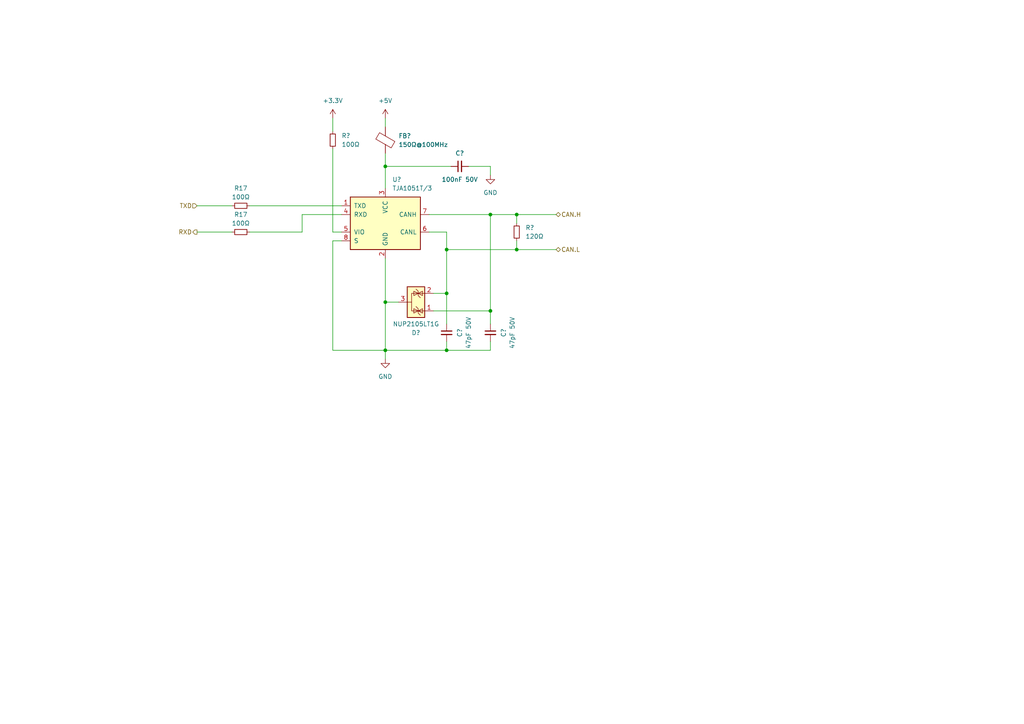
<source format=kicad_sch>
(kicad_sch (version 20230121) (generator eeschema)
  (paper "A4")
  (lib_symbols
    (symbol "Device:C_Small" (pin_numbers hide) (pin_names (offset 0.254) hide)
      (property "Reference" "C" (at 0.254 1.778 0))
      (property "Value" "C_Small" (at 0.254 -2.032 0))
      (symbol "C_Small_0_1"
        (polyline (pts (xy -1.524 -0.508) (xy 1.524 -0.508)) (stroke (width 0.3302)))
        (polyline (pts (xy -1.524 0.508) (xy 1.524 0.508)) (stroke (width 0.3048)))
      )
      (symbol "C_Small_1_1"
        (pin passive line (at 0 2.54 270) (length 2.032) (name "~") (number "1"))
        (pin passive line (at 0 -2.54 90) (length 2.032) (name "~") (number "2"))
      )
    )
    (symbol "Device:FerriteBead" (pin_numbers hide) (pin_names (offset 0))
      (property "Reference" "FB" (at -3.81 0.635 90))
      (property "Value" "FerriteBead" (at 3.81 0 90))
      (symbol "FerriteBead_0_1"
        (polyline (pts (xy 0 -1.27) (xy 0 -1.2192)))
        (polyline (pts (xy 0 1.27) (xy 0 1.2954)))
        (polyline (pts (xy -2.7686 0.4064) (xy -1.7018 2.2606) (xy 2.7686 -0.3048) (xy 1.6764 -2.159) (xy -2.7686 0.4064)))
      )
      (symbol "FerriteBead_1_1"
        (pin passive line (at 0 3.81 270) (length 2.54) (name "~") (number "1"))
        (pin passive line (at 0 -3.81 90) (length 2.54) (name "~") (number "2"))
      )
    )
    (symbol "Device:R_Small" (pin_numbers hide) (pin_names (offset 0.254) hide)
      (property "Reference" "R" (at 0.762 0.508 0))
      (property "Value" "R_Small" (at 0.762 -1.016 0))
      (symbol "R_Small_0_1"
        (rectangle (start -0.762 1.778) (end 0.762 -1.778) (stroke (width 0.2032)))
      )
      (symbol "R_Small_1_1"
        (pin passive line (at 0 2.54 270) (length 0.762) (name "~") (number "1"))
        (pin passive line (at 0 -2.54 90) (length 0.762) (name "~") (number "2"))
      )
    )
    (symbol "Interface_CAN_LIN:TJA1051T-3" (pin_names (offset 1.016))
      (property "Reference" "U" (at -10.16 8.89 0))
      (property "Value" "TJA1051T-3" (at 1.27 8.89 0))
      (symbol "TJA1051T-3_0_1"
        (rectangle (start -10.16 7.62) (end 10.16 -7.62) (stroke (width 0.254)) (fill (type background)))
      )
      (symbol "TJA1051T-3_1_1"
        (pin input line (at -12.7 5.08 0) (length 2.54) (name "TXD") (number "1"))
        (pin power_in line (at 0 -10.16 90) (length 2.54) (name "GND") (number "2"))
        (pin power_in line (at 0 10.16 270) (length 2.54) (name "VCC") (number "3"))
        (pin output line (at -12.7 2.54 0) (length 2.54) (name "RXD") (number "4"))
        (pin power_in line (at -12.7 -2.54 0) (length 2.54) (name "VIO") (number "5"))
        (pin bidirectional line (at 12.7 -2.54 180) (length 2.54) (name "CANL") (number "6"))
        (pin bidirectional line (at 12.7 2.54 180) (length 2.54) (name "CANH") (number "7"))
        (pin input line (at -12.7 -5.08 0) (length 2.54) (name "S") (number "8"))
      )
    )
    (symbol "Power_Protection:NUP2105L" (pin_names hide)
      (property "Reference" "D" (at 5.715 2.54 0))
      (property "Value" "NUP2105L" (at 5.715 0.635 0))
      (symbol "NUP2105L_0_0"
        (pin passive line (at 0 -5.08 90) (length 2.54) (name "A") (number "3"))
      )
      (symbol "NUP2105L_0_1"
        (rectangle (start -4.445 2.54) (end 4.445 -2.54) (stroke (width 0.254)) (fill (type background)))
        (polyline (pts (xy -2.54 2.54) (xy -2.54 0.635)))
        (polyline (pts (xy 0 -1.27) (xy 0 -2.54)))
        (polyline (pts (xy 2.54 2.54) (xy 2.54 0.635)))
        (polyline (pts (xy -3.81 1.27) (xy -3.175 0.635) (xy -1.905 0.635) (xy -1.27 0)))
        (polyline (pts (xy -2.54 0.635) (xy -2.54 -1.27) (xy 2.54 -1.27) (xy 2.54 0.635)))
        (polyline (pts (xy -2.54 0.635) (xy -1.905 -0.635) (xy -3.175 -0.635) (xy -2.54 0.635)))
        (polyline (pts (xy 2.54 0.635) (xy 1.905 -0.635) (xy 3.175 -0.635) (xy 2.54 0.635)))
        (polyline (pts (xy 2.54 0.635) (xy 3.175 1.905) (xy 1.905 1.905) (xy 2.54 0.635)))
        (polyline (pts (xy -2.54 0.635) (xy -3.175 1.905) (xy -1.905 1.905) (xy -2.54 0.635) (xy -2.54 1.27)))
        (polyline (pts (xy 1.27 1.27) (xy 1.905 0.635) (xy 2.54 0.635) (xy 3.175 0.635) (xy 3.81 0)))
      )
      (symbol "NUP2105L_1_1"
        (pin passive line (at -2.54 5.08 270) (length 2.54) (name "K") (number "1"))
        (pin passive line (at 2.54 5.08 270) (length 2.54) (name "K") (number "2"))
      )
    )
    (symbol "power:+3.3V" (power) (pin_names (offset 0))
      (property "Value" "+3.3V" (at 0 3.556 0))
      (symbol "+3.3V_0_1"
        (polyline (pts (xy -0.762 1.27) (xy 0 2.54)))
        (polyline (pts (xy 0 0) (xy 0 2.54)))
        (polyline (pts (xy 0 2.54) (xy 0.762 1.27)))
      )
      (symbol "+3.3V_1_1"
        (pin power_in line (at 0 0 90) (length 0) hide (name "+3.3V") (number "1"))
      )
    )
    (symbol "power:+5V" (power) (pin_names (offset 0))
      (property "Value" "+5V" (at 0 3.556 0))
      (symbol "+5V_0_1"
        (polyline (pts (xy -0.762 1.27) (xy 0 2.54)))
        (polyline (pts (xy 0 0) (xy 0 2.54)))
        (polyline (pts (xy 0 2.54) (xy 0.762 1.27)))
      )
      (symbol "+5V_1_1"
        (pin power_in line (at 0 0 90) (length 0) hide (name "+5V") (number "1"))
      )
    )
    (symbol "power:GND" (power) (pin_names (offset 0))
      (property "Value" "GND" (at 0 -3.81 0))
      (symbol "GND_0_1"
        (polyline (pts (xy 0 0) (xy 0 -1.27) (xy 1.27 -1.27) (xy 0 -2.54) (xy -1.27 -1.27) (xy 0 -1.27)))
      )
      (symbol "GND_1_1"
        (pin power_in line (at 0 0 270) (length 0) hide (name "GND") (number "1"))
      )
    )
  )
  (junction (at 111.76 101.6))
  (junction (at 142.24 90.17))
  (junction (at 111.76 48.26))
  (junction (at 111.76 87.63))
  (junction (at 142.24 62.23))
  (junction (at 149.86 62.23))
  (junction (at 129.54 85.09))
  (junction (at 129.54 101.6))
  (junction (at 149.86 72.39))
  (junction (at 129.54 72.39))
  (wire (pts (xy 72.39 59.69) (xy 99.06 59.69)))
  (wire (pts (xy 142.24 90.17) (xy 142.24 93.98)))
  (wire (pts (xy 111.76 101.6) (xy 129.54 101.6)))
  (wire (pts (xy 142.24 99.06) (xy 142.24 101.6)))
  (wire (pts (xy 57.15 59.69) (xy 67.31 59.69)))
  (wire (pts (xy 124.46 62.23) (xy 142.24 62.23)))
  (wire (pts (xy 96.52 101.6) (xy 111.76 101.6)))
  (wire (pts (xy 142.24 62.23) (xy 149.86 62.23)))
  (wire (pts (xy 129.54 72.39) (xy 149.86 72.39)))
  (wire (pts (xy 96.52 67.31) (xy 99.06 67.31)))
  (wire (pts (xy 142.24 101.6) (xy 129.54 101.6)))
  (wire (pts (xy 111.76 48.26) (xy 130.81 48.26)))
  (wire (pts (xy 111.76 87.63) (xy 115.57 87.63)))
  (wire (pts (xy 129.54 93.98) (xy 129.54 85.09)))
  (wire (pts (xy 142.24 48.26) (xy 142.24 50.8)))
  (wire (pts (xy 111.76 48.26) (xy 111.76 54.61)))
  (wire (pts (xy 72.39 67.31) (xy 87.63 67.31)))
  (wire (pts (xy 96.52 34.29) (xy 96.52 38.1)))
  (wire (pts (xy 124.46 67.31) (xy 129.54 67.31)))
  (wire (pts (xy 125.73 90.17) (xy 142.24 90.17)))
  (wire (pts (xy 111.76 34.29) (xy 111.76 36.83)))
  (wire (pts (xy 96.52 43.18) (xy 96.52 67.31)))
  (wire (pts (xy 129.54 85.09) (xy 129.54 72.39)))
  (wire (pts (xy 99.06 69.85) (xy 96.52 69.85)))
  (wire (pts (xy 99.06 62.23) (xy 87.63 62.23)))
  (wire (pts (xy 57.15 67.31) (xy 67.31 67.31)))
  (wire (pts (xy 142.24 48.26) (xy 135.89 48.26)))
  (wire (pts (xy 142.24 62.23) (xy 142.24 90.17)))
  (wire (pts (xy 129.54 101.6) (xy 129.54 99.06)))
  (wire (pts (xy 125.73 85.09) (xy 129.54 85.09)))
  (wire (pts (xy 111.76 44.45) (xy 111.76 48.26)))
  (wire (pts (xy 87.63 62.23) (xy 87.63 67.31)))
  (wire (pts (xy 111.76 74.93) (xy 111.76 87.63)))
  (wire (pts (xy 149.86 69.85) (xy 149.86 72.39)))
  (wire (pts (xy 149.86 62.23) (xy 161.29 62.23)))
  (wire (pts (xy 149.86 62.23) (xy 149.86 64.77)))
  (wire (pts (xy 129.54 72.39) (xy 129.54 67.31)))
  (wire (pts (xy 111.76 101.6) (xy 111.76 104.14)))
  (wire (pts (xy 149.86 72.39) (xy 161.29 72.39)))
  (wire (pts (xy 96.52 69.85) (xy 96.52 101.6)))
  (wire (pts (xy 111.76 87.63) (xy 111.76 101.6)))
  (hierarchical_label "TXD" (shape input) (at 57.15 59.69 180))
  (hierarchical_label "CAN.L" (shape bidirectional) (at 161.29 72.39 0))
  (hierarchical_label "CAN.H" (shape bidirectional) (at 161.29 62.23 0))
  (hierarchical_label "RXD" (shape output) (at 57.15 67.31 180))
  (symbol (lib_id "Device:C_Small") (at 133.35 48.26 90) (mirror x) (unit 1)
    (property "Reference" "C?" (at 133.35 44.45 90))
    (property "Value" "100nF 50V" (at 133.35 52.07 90))
    (property "Footprint" "Capacitor_SMD:C_0402_1005Metric" (effects hide))
    (property "LCSC" "C77020" (effects hide))
    (property "MFR" "GRM155R71H104KE14D" (effects hide))
    (instances (project "NTR-C101" (path "" (reference "C?") (unit 1))) (project "NTR-MAIN-U2xx" (path "" (reference "C5") (unit 1))) (project "M2M_OBD2_Mini" (path "" (reference "C?") (unit 1))) (project "ISO_CAN_BUS_Analyzer_Tool_V2" (path "" (reference "C?") (unit 1)) (path "" (reference "C?") (unit 1))) (project "Smart_DTC_Eraser_BLE_V1" (path "" (reference "C?") (unit 1))) (project "M2M_3G_OBD2" (path "" (reference "C?") (unit 1))))
  )
  (symbol (lib_id "Device:R_Small") (at 96.52 40.64 0) (unit 1)
    (property "Reference" "R?" (at 99.06 39.3699 0) (effects (justify left)))
    (property "Value" "100Ω" (at 99.06 41.9099 0) (effects (justify left)))
    (property "Footprint" "Resistor_SMD:R_0402_1005Metric" (effects hide))
    (property "LCSC" "C25076" (effects hide))
    (property "MFR" "0402WGF1000TCE" (effects hide))
    (instances (project "NTR-C101" (path "" (reference "R?") (unit 1))) (project "NTR-MAIN-U2xx" (path "" (reference "R13") (unit 1))) (project "M2M_OBD2_Mini" (path "" (reference "R?") (unit 1))) (project "ISO_CAN_BUS_Analyzer_Tool_V2" (path "" (reference "R?") (unit 1)) (path "" (reference "R?") (unit 1))) (project "Smart_DTC_Eraser_BLE_V1" (path "" (reference "R?") (unit 1))) (project "M2M_3G_OBD2" (path "" (reference "R?") (unit 1))))
  )
  (symbol (lib_id "Interface_CAN_LIN:TJA1051T-3") (at 111.76 64.77 0) (unit 1)
    (property "Reference" "U?" (at 113.7794 52.07 0) (effects (justify left)))
    (property "Value" "TJA1051T/3" (at 113.7794 54.61 0) (effects (justify left)))
    (property "Footprint" "Package_SO:SOIC-8_3.9x4.9mm_P1.27mm" (effects hide))
    (property "Datasheet" "http://www.nxp.com/documents/data_sheet/TJA1051.pdf" (effects hide))
    (property "LCSC" "C5342108" (effects hide))
    (property "MFR" "TJA1051T/3" (effects hide))
    (instances (project "NTR-C101" (path "" (reference "U?") (unit 1))) (project "NTR-MAIN-U2xx" (path "" (reference "U3") (unit 1))) (project "M2M_OBD2_Mini" (path "" (reference "U?") (unit 1))) (project "ISO_CAN_BUS_Analyzer_Tool_V2" (path "" (reference "U?") (unit 1)) (path "" (reference "U?") (unit 1))) (project "Smart_DTC_Eraser_BLE_V1" (path "" (reference "U?") (unit 1))) (project "M2M_3G_OBD2" (path "" (reference "U?") (unit 1))))
  )
  (symbol (lib_id "Device:R_Small") (at 69.85 59.69 90) (unit 1)
    (property "Reference" "R17" (at 69.85 54.61 90))
    (property "Value" "100Ω" (at 69.85 57.15 90))
    (property "Footprint" "Resistor_SMD:R_0402_1005Metric" (effects hide))
    (property "LCSC" "C25076" (effects hide))
    (property "MFR" "0402WGF1000TCE" (effects hide))
    (instances (project "NTR-MAIN-U2xx" (path "" (reference "R17") (unit 1)) (path "" (reference "R11") (unit 1))) (project "NTR-K101" (path "" (reference "R?") (unit 1))) (project "M2M_OBD2_Mini" (path "" (reference "R?") (unit 1))) (project "ISO_CAN_BUS_Analyzer_Tool_V2" (path "" (reference "R?") (unit 1)) (path "" (reference "R?") (unit 1))) (project "Smart_DTC_Eraser_BLE_V1" (path "" (reference "R?") (unit 1)) (path "" (reference "R?") (unit 1))) (project "M2M_3G_OBD2" (path "" (reference "R?") (unit 1))))
  )
  (symbol (lib_id "power:GND") (at 111.76 104.14 0) (unit 1)
    (property "Reference" "#PWR?" (effects hide))
    (property "Value" "GND" (at 111.76 109.22 0))
    (instances (project "NTR-C101" (path "" (reference "#PWR?") (unit 1))) (project "NTR-MAIN-U2xx" (path "" (reference "#PWR028") (unit 1))) (project "M2M_OBD2_Mini" (path "" (reference "#PWR?") (unit 1))) (project "ISO_CAN_BUS_Analyzer_Tool_V2" (path "" (reference "#PWR?") (unit 1)) (path "" (reference "#PWR?") (unit 1))) (project "Smart_DTC_Eraser_BLE_V1" (path "" (reference "#PWR?") (unit 1))) (project "M2M_3G_OBD2" (path "" (reference "#PWR?") (unit 1))))
  )
  (symbol (lib_id "power:+3.3V") (at 96.52 34.29 0) (unit 1)
    (property "Reference" "#PWR051" (effects hide))
    (property "Value" "+3.3V" (at 96.52 29.21 0))
    (instances (project "NTR-MAIN-U2xx" (path "" (reference "#PWR051") (unit 1)) (path "" (reference "#PWR026") (unit 1))) (project "Smart_DTC_Eraser_BLE_V1" (path "" (reference "#PWR?") (unit 1))))
  )
  (symbol (lib_id "Device:C_Small") (at 129.54 96.52 0) (unit 1)
    (property "Reference" "C?" (at 133.35 96.52 90))
    (property "Value" "47pF 50V" (at 135.89 96.52 90))
    (property "Footprint" "Capacitor_SMD:C_0402_1005Metric" (effects hide))
    (property "LCSC" "C76970" (effects hide))
    (property "MFR" "GRM1555C1H470JA01D" (effects hide))
    (instances (project "NTR-C101" (path "" (reference "C?") (unit 1))) (project "NTR-MAIN-U2xx" (path "" (reference "C6") (unit 1))) (project "M2M_OBD2_Mini" (path "" (reference "C?") (unit 1))) (project "ISO_CAN_BUS_Analyzer_Tool_V2" (path "" (reference "C?") (unit 1)) (path "" (reference "C?") (unit 1))) (project "Smart_DTC_Eraser_BLE_V1" (path "" (reference "C?") (unit 1))) (project "M2M_3G_OBD2" (path "" (reference "C?") (unit 1))))
  )
  (symbol (lib_id "Device:R_Small") (at 149.86 67.31 180) (unit 1)
    (property "Reference" "R?" (at 152.4 66.04 0) (effects (justify right)))
    (property "Value" "120Ω" (at 152.4 68.58 0) (effects (justify right)))
    (property "Footprint" "Resistor_SMD:R_0805_2012Metric" (effects hide))
    (property "LCSC" "C17437" (effects hide))
    (property "MFR" "0805W8F1200T5E" (effects hide))
    (instances (project "NTR-C101" (path "" (reference "R?") (unit 1))) (project "NTR-MAIN-U2xx" (path "" (reference "R14") (unit 1))) (project "M2M_OBD2_Mini" (path "" (reference "R?") (unit 1))) (project "ISO_CAN_BUS_Analyzer_Tool_V2" (path "" (reference "R?") (unit 1)) (path "" (reference "R?") (unit 1))) (project "Smart_DTC_Eraser_BLE_V1" (path "" (reference "R?") (unit 1))) (project "M2M_3G_OBD2" (path "" (reference "R?") (unit 1))))
  )
  (symbol (lib_id "Device:R_Small") (at 69.85 67.31 90) (unit 1)
    (property "Reference" "R17" (at 69.85 62.23 90))
    (property "Value" "100Ω" (at 69.85 64.77 90))
    (property "Footprint" "Resistor_SMD:R_0402_1005Metric" (effects hide))
    (property "LCSC" "C25076" (effects hide))
    (property "MFR" "0402WGF1000TCE" (effects hide))
    (instances (project "NTR-MAIN-U2xx" (path "" (reference "R17") (unit 1)) (path "" (reference "R12") (unit 1))) (project "NTR-K101" (path "" (reference "R?") (unit 1))) (project "M2M_OBD2_Mini" (path "" (reference "R?") (unit 1))) (project "ISO_CAN_BUS_Analyzer_Tool_V2" (path "" (reference "R?") (unit 1)) (path "" (reference "R?") (unit 1))) (project "Smart_DTC_Eraser_BLE_V1" (path "" (reference "R?") (unit 1)) (path "" (reference "R?") (unit 1))) (project "M2M_3G_OBD2" (path "" (reference "R?") (unit 1))))
  )
  (symbol (lib_id "power:GND") (at 142.24 50.8 0) (mirror y) (unit 1)
    (property "Reference" "#PWR?" (effects hide))
    (property "Value" "GND" (at 142.24 55.88 0))
    (instances (project "NTR-C101" (path "" (reference "#PWR?") (unit 1))) (project "NTR-MAIN-U2xx" (path "" (reference "#PWR029") (unit 1))) (project "M2M_OBD2_Mini" (path "" (reference "#PWR?") (unit 1))) (project "ISO_CAN_BUS_Analyzer_Tool_V2" (path "" (reference "#PWR?") (unit 1)) (path "" (reference "#PWR?") (unit 1))) (project "Smart_DTC_Eraser_BLE_V1" (path "" (reference "#PWR?") (unit 1))) (project "M2M_3G_OBD2" (path "" (reference "#PWR?") (unit 1))))
  )
  (symbol (lib_id "Device:FerriteBead") (at 111.76 40.64 180) (unit 1)
    (property "Reference" "FB?" (at 115.57 39.4208 0) (effects (justify right)))
    (property "Value" "150Ω@100MHz" (at 115.57 41.9608 0) (effects (justify right)))
    (property "Footprint" "Inductor_SMD:L_0402_1005Metric" (effects hide))
    (property "LCSC" "C160612" (effects hide))
    (property "MFR" "CBG100505U151T" (effects hide))
    (instances (project "NTR-C111" (path "" (reference "FB?") (unit 1))) (project "NTR-MAIN-U2xx" (path "" (reference "FB1") (unit 1)) (path "" (reference "FB6") (unit 1))) (project "M2M_OBD2_Mini" (path "" (reference "FB?") (unit 1))) (project "Smart_DTC_Eraser_BLE_V1" (path "" (reference "FB?") (unit 1)) (path "" (reference "FB?") (unit 1))) (project "M2M_3G_OBD2" (path "" (reference "FB?") (unit 1))))
  )
  (symbol (lib_id "Power_Protection:NUP2105L") (at 120.65 87.63 270) (mirror x) (unit 1)
    (property "Reference" "D?" (at 120.65 96.52 90))
    (property "Value" "NUP2105LT1G" (at 120.65 93.98 90))
    (property "Footprint" "Package_TO_SOT_SMD:SOT-23" (effects hide))
    (property "Datasheet" "http://www.onsemi.com/pub_link/Collateral/NUP2105L-D.PDF" (effects hide))
    (property "LCSC" "C2890118" (effects hide))
    (property "MFR" "NUP2105LT1G" (effects hide))
    (instances (project "NTR-C101" (path "" (reference "D?") (unit 1))) (project "NTR-MAIN-U2xx" (path "" (reference "D3") (unit 1))) (project "M2M_OBD2_Mini" (path "" (reference "D?") (unit 1))) (project "ISO_CAN_BUS_Analyzer_Tool_V2" (path "" (reference "D?") (unit 1)) (path "" (reference "D?") (unit 1))) (project "Smart_DTC_Eraser_BLE_V1" (path "" (reference "D?") (unit 1))) (project "M2M_3G_OBD2" (path "" (reference "D?") (unit 1))))
  )
  (symbol (lib_id "power:+5V") (at 111.76 34.29 0) (unit 1)
    (property "Reference" "#PWR?" (effects hide))
    (property "Value" "+5V" (at 111.76 29.21 0))
    (instances (project "NTR-C101" (path "" (reference "#PWR?") (unit 1))) (project "NTR-MAIN-U2xx" (path "" (reference "#PWR027") (unit 1))) (project "M2M_OBD2_Mini" (path "" (reference "#PWR?") (unit 1))) (project "ISO_CAN_BUS_Analyzer_Tool_V2" (path "" (reference "#PWR?") (unit 1)) (path "" (reference "#PWR?") (unit 1))) (project "Smart_DTC_Eraser_BLE_V1" (path "" (reference "#PWR?") (unit 1))) (project "M2M_3G_OBD2" (path "" (reference "#PWR?") (unit 1))))
  )
  (symbol (lib_id "Device:C_Small") (at 142.24 96.52 0) (unit 1)
    (property "Reference" "C?" (at 146.05 96.52 90))
    (property "Value" "47pF 50V" (at 148.59 96.52 90))
    (property "Footprint" "Capacitor_SMD:C_0402_1005Metric" (effects hide))
    (property "LCSC" "C76970" (effects hide))
    (property "MFR" "GRM1555C1H470JA01D" (effects hide))
    (instances (project "NTR-C101" (path "" (reference "C?") (unit 1))) (project "NTR-MAIN-U2xx" (path "" (reference "C7") (unit 1))) (project "M2M_OBD2_Mini" (path "" (reference "C?") (unit 1))) (project "ISO_CAN_BUS_Analyzer_Tool_V2" (path "" (reference "C?") (unit 1)) (path "" (reference "C?") (unit 1))) (project "Smart_DTC_Eraser_BLE_V1" (path "" (reference "C?") (unit 1))) (project "M2M_3G_OBD2" (path "" (reference "C?") (unit 1))))
  )
)
</source>
